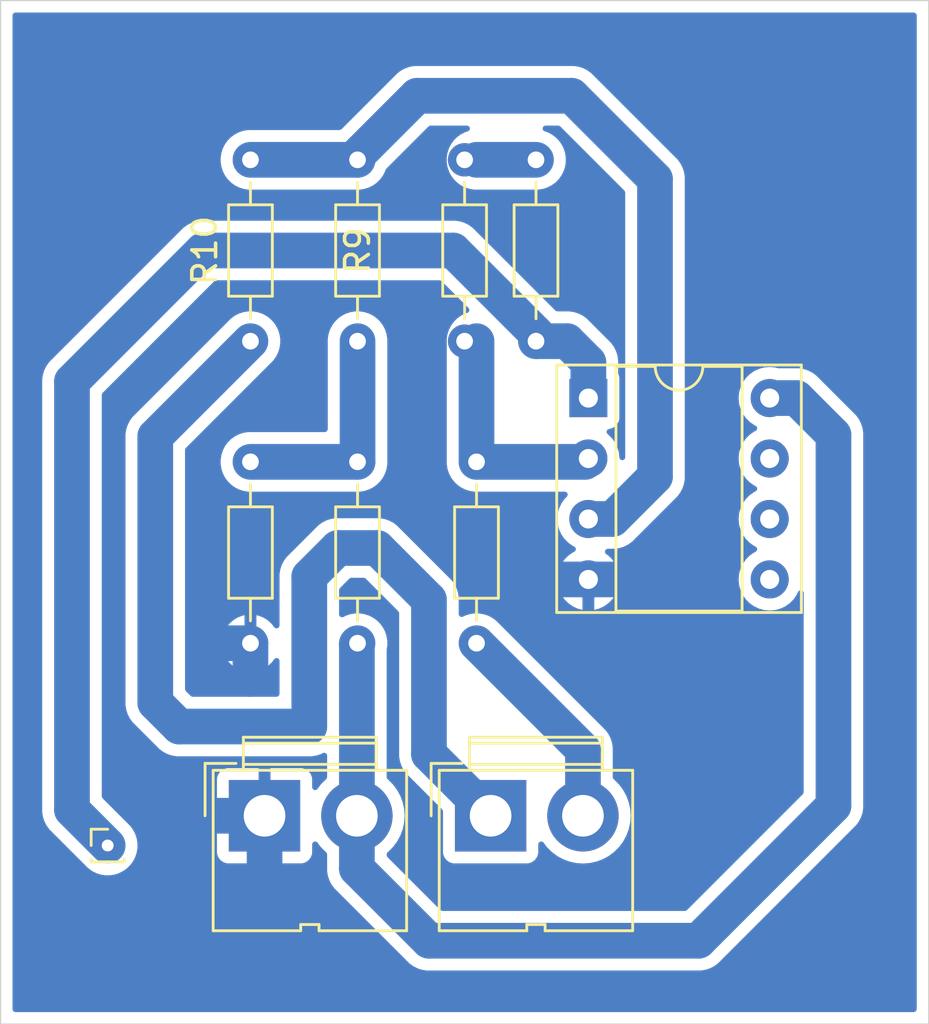
<source format=kicad_pcb>
(kicad_pcb (version 20240108) (generator "pcbnew") (generator_version "8.0")
  (layers (0 "F.Cu" signal) (31 "B.Cu" signal) (34 "B.Paste" user) (35 "F.Paste" user) (36 "B.SilkS" user "B.Silkscreen") (37 "F.SilkS" user "F.Silkscreen") (38 "B.Mask" user) (39 "F.Mask" user) (44 "Edge.Cuts" user))
  (net 0 "")
  (net 1 "+5V")
  (net 2 "Net-(R5-Pad1)")
  (net 3 "GND")
  (net 4 "Net-(U1A--)")
  (net 5 "Afv_displ_adc")
  (net 6 "Sp_v")
  (net 7 "Net-(U1A-+)")
  (net 8 "LM35_out")
  (net 12 "Net-(11.5K1-Pad1)")
  (footprint "Package_DIP:DIP-8_W7.62mm_Socket" (layer "F.Cu") (at 170.7 77.7)
    (property "Reference" "U1" (hide yes))
    (property "Value" "MCP6002-xMC" (hide yes))
    (fp_line (start -1.33 -1.39) (end -1.33 9.01) (stroke (width 0.12)) (layer "F.SilkS"))
    (fp_line (start -1.33 9.01) (end 8.95 9.01) (stroke (width 0.12)) (layer "F.SilkS"))
    (fp_line (start 1.16 -1.33) (end 1.16 8.95) (stroke (width 0.12)) (layer "F.SilkS"))
    (fp_line (start 1.16 8.95) (end 6.46 8.95) (stroke (width 0.12)) (layer "F.SilkS"))
    (fp_line (start 2.81 -1.33) (end 1.16 -1.33) (stroke (width 0.12)) (layer "F.SilkS"))
    (fp_line (start 6.46 -1.33) (end 4.81 -1.33) (stroke (width 0.12)) (layer "F.SilkS"))
    (fp_line (start 6.46 8.95) (end 6.46 -1.33) (stroke (width 0.12)) (layer "F.SilkS"))
    (fp_line (start 8.95 -1.39) (end -1.33 -1.39) (stroke (width 0.12)) (layer "F.SilkS"))
    (fp_line (start 8.95 9.01) (end 8.95 -1.39) (stroke (width 0.12)) (layer "F.SilkS"))
    (fp_arc (start 4.81 -1.33) (mid 3.81 -0.33) (end 2.81 -1.33) (stroke (width 0.12)) (layer "F.SilkS"))
    (pad "1" thru_hole rect (at 0 0) (size 1.6 1.6) (drill 0.8) (layers "*.Cu" "*.Mask") (net 5 "Afv_displ_adc"))
    (pad "2" thru_hole oval (at 0 2.54) (size 1.6 1.6) (drill 0.8) (layers "*.Cu" "*.Mask") (net 4 "Net-(U1A--)"))
    (pad "3" thru_hole oval (at 0 5.08) (size 1.6 1.6) (drill 0.8) (layers "*.Cu" "*.Mask") (net 7 "Net-(U1A-+)"))
    (pad "4" thru_hole oval (at 0 7.62) (size 1.6 1.6) (drill 0.8) (layers "*.Cu" "*.Mask") (net 3 "GND"))
    (pad "5" thru_hole oval (at 7.62 7.62) (size 1.6 1.6) (drill 0.8) (layers "*.Cu" "*.Mask"))
    (pad "6" thru_hole oval (at 7.62 5.08) (size 1.6 1.6) (drill 0.8) (layers "*.Cu" "*.Mask"))
    (pad "7" thru_hole oval (at 7.62 2.54) (size 1.6 1.6) (drill 0.8) (layers "*.Cu" "*.Mask"))
    (pad "8" thru_hole oval (at 7.62 0) (size 1.6 1.6) (drill 0.8) (layers "*.Cu" "*.Mask") (net 1 "+5V"))
  )
  (footprint "Resistor_THT:R_Axial_DIN0204_L3.6mm_D1.6mm_P7.62mm_Horizontal" (layer "F.Cu") (at 156.5 75.31 90)
    (property "Reference" "R10" (at 3.81 -1.92 90) (layer "F.SilkS"))
    (property "Value" "10K")
    (fp_line (start 5.73 -0.92) (end 1.89 -0.92) (stroke (width 0.12)) (layer "F.SilkS"))
    (fp_line (start 1.89 -0.92) (end 1.89 0.92) (stroke (width 0.12)) (layer "F.SilkS"))
    (fp_line (start 6.68 0) (end 5.73 0) (stroke (width 0.12)) (layer "F.SilkS"))
    (fp_line (start 0.94 0) (end 1.89 0) (stroke (width 0.12)) (layer "F.SilkS"))
    (fp_line (start 5.73 0.92) (end 5.73 -0.92) (stroke (width 0.12)) (layer "F.SilkS"))
    (fp_line (start 1.89 0.92) (end 5.73 0.92) (stroke (width 0.12)) (layer "F.SilkS"))
    (pad "1" thru_hole circle (at 0 0 90) (size 1.4 1.4) (drill 0.7) (layers "*.Cu" "*.Mask") (net 8 "LM35_out"))
    (pad "2" thru_hole oval (at 7.62 0 90) (size 1.4 1.4) (drill 0.7) (layers "*.Cu" "*.Mask") (net 7 "Net-(U1A-+)"))
  )
  (footprint "Resistor_THT:R_Axial_DIN0204_L3.6mm_D1.6mm_P7.62mm_Horizontal" (layer "F.Cu") (at 168.5 67.69 -90)
    (property "Reference" "11.5K1" (hide yes))
    (property "Value" "R" (hide yes))
    (fp_line (start 1.89 0.92) (end 5.73 0.92) (stroke (width 0.12)) (layer "F.SilkS"))
    (fp_line (start 5.73 0.92) (end 5.73 -0.92) (stroke (width 0.12)) (layer "F.SilkS"))
    (fp_line (start 0.94 0) (end 1.89 0) (stroke (width 0.12)) (layer "F.SilkS"))
    (fp_line (start 6.68 0) (end 5.73 0) (stroke (width 0.12)) (layer "F.SilkS"))
    (fp_line (start 1.89 -0.92) (end 1.89 0.92) (stroke (width 0.12)) (layer "F.SilkS"))
    (fp_line (start 5.73 -0.92) (end 1.89 -0.92) (stroke (width 0.12)) (layer "F.SilkS"))
    (pad "1" thru_hole circle (at 0 0 270) (size 1.4 1.4) (drill 0.7) (layers "*.Cu" "*.Mask") (net 12 "Net-(11.5K1-Pad1)"))
    (pad "2" thru_hole oval (at 7.62 0 270) (size 1.4 1.4) (drill 0.7) (layers "*.Cu" "*.Mask") (net 5 "Afv_displ_adc"))
  )
  (footprint "Resistor_THT:R_Axial_DIN0204_L3.6mm_D1.6mm_P7.62mm_Horizontal" (layer "F.Cu") (at 161 75.31 90)
    (property "Reference" "R9" (at 3.81 0 90) (layer "F.SilkS"))
    (property "Value" "301K")
    (fp_line (start 5.73 -0.92) (end 1.89 -0.92) (stroke (width 0.12)) (layer "F.SilkS"))
    (fp_line (start 1.89 -0.92) (end 1.89 0.92) (stroke (width 0.12)) (layer "F.SilkS"))
    (fp_line (start 6.68 0) (end 5.73 0) (stroke (width 0.12)) (layer "F.SilkS"))
    (fp_line (start 0.94 0) (end 1.89 0) (stroke (width 0.12)) (layer "F.SilkS"))
    (fp_line (start 5.73 0.92) (end 5.73 -0.92) (stroke (width 0.12)) (layer "F.SilkS"))
    (fp_line (start 1.89 0.92) (end 5.73 0.92) (stroke (width 0.12)) (layer "F.SilkS"))
    (pad "1" thru_hole circle (at 0 0 90) (size 1.4 1.4) (drill 0.7) (layers "*.Cu" "*.Mask") (net 2 "Net-(R5-Pad1)"))
    (pad "2" thru_hole oval (at 7.62 0 90) (size 1.4 1.4) (drill 0.7) (layers "*.Cu" "*.Mask") (net 7 "Net-(U1A-+)"))
  )
  (footprint "Connector:JWT_A3963_1x02_P3.96mm_Vertical" (layer "F.Cu") (at 157.0925 95.25)
    (property "Reference" "5V_in1" (hide yes))
    (property "Value" "5V_in")
    (fp_line (start -2.5 -2.2) (end -2.5 0) (stroke (width 0.12)) (layer "F.SilkS"))
    (fp_line (start -2.16 -1.91) (end -2.16 0) (stroke (width 0.12)) (layer "F.SilkS"))
    (fp_line (start -2.16 -1.91) (end 5.97 -1.91) (stroke (width 0.12)) (layer "F.SilkS"))
    (fp_line (start -2.16 0) (end -2.16 4.83) (stroke (width 0.12)) (layer "F.SilkS"))
    (fp_line (start -1.2 -2.2) (end -2.5 -2.2) (stroke (width 0.12)) (layer "F.SilkS"))
    (fp_line (start -0.89 -3.3) (end 4.7 -3.3) (stroke (width 0.12)) (layer "F.SilkS"))
    (fp_line (start -0.89 -3.05) (end 4.7 -3.05) (stroke (width 0.12)) (layer "F.SilkS"))
    (fp_line (start -0.89 -2.16) (end 4.7 -2.16) (stroke (width 0.12)) (layer "F.SilkS"))
    (fp_line (start -0.89 -1.91) (end -0.89 -3.3) (stroke (width 0.12)) (layer "F.SilkS"))
    (fp_line (start 1.52 4.57) (end 2.29 4.57) (stroke (width 0.12)) (layer "F.SilkS"))
    (fp_line (start 1.52 4.83) (end -2.16 4.83) (stroke (width 0.12)) (layer "F.SilkS"))
    (fp_line (start 1.52 4.83) (end 1.52 4.57) (stroke (width 0.12)) (layer "F.SilkS"))
    (fp_line (start 2.29 4.57) (end 2.29 4.83) (stroke (width 0.12)) (layer "F.SilkS"))
    (fp_line (start 2.29 4.83) (end 5.97 4.83) (stroke (width 0.12)) (layer "F.SilkS"))
    (fp_line (start 4.7 -1.91) (end 4.7 -3.3) (stroke (width 0.12)) (layer "F.SilkS"))
    (fp_line (start 5.97 -1.91) (end 5.97 0) (stroke (width 0.12)) (layer "F.SilkS"))
    (fp_line (start 5.97 4.83) (end 5.97 0) (stroke (width 0.12)) (layer "F.SilkS"))
    (pad "1" thru_hole rect (at 0 0) (size 3 3) (drill 1.75) (layers "*.Cu" "*.Mask") (net 3 "GND"))
    (pad "2" thru_hole circle (at 3.88 0) (size 3 3) (drill 1.75) (layers "*.Cu" "*.Mask") (net 1 "+5V"))
  )
  (footprint "Connector_PinHeader_1.00mm:PinHeader_1x01_P1.00mm_Vertical" (layer "F.Cu") (at 150.5 96.5)
    (property "Reference" "Afv_display1" (hide yes))
    (property "Value" "Conn_01x01_Pin" (hide yes))
    (fp_line (start -0.695 -0.685) (end 0 -0.685) (stroke (width 0.12)) (layer "F.SilkS"))
    (fp_line (start -0.695 0) (end -0.695 -0.685) (stroke (width 0.12)) (layer "F.SilkS"))
    (fp_line (start -0.695 0.685) (end -0.695 0.56) (stroke (width 0.12)) (layer "F.SilkS"))
    (fp_line (start -0.695 0.685) (end -0.608276 0.685) (stroke (width 0.12)) (layer "F.SilkS"))
    (fp_line (start -0.695 0.685) (end 0.695 0.685) (stroke (width 0.12)) (layer "F.SilkS"))
    (fp_line (start 0.608276 0.685) (end 0.695 0.685) (stroke (width 0.12)) (layer "F.SilkS"))
    (fp_line (start 0.695 0.685) (end 0.695 0.56) (stroke (width 0.12)) (layer "F.SilkS"))
    (pad "1" thru_hole rect (at 0 0) (size 0.85 0.85) (drill 0.5) (layers "*.Cu" "*.Mask") (net 5 "Afv_displ_adc"))
  )
  (footprint "Resistor_THT:R_Axial_DIN0204_L3.6mm_D1.6mm_P7.62mm_Horizontal" (layer "F.Cu") (at 156.5 80.38 -90)
    (property "Reference" "R6" (hide yes))
    (property "Value" "11.5K")
    (fp_line (start 1.89 0.92) (end 5.73 0.92) (stroke (width 0.12)) (layer "F.SilkS"))
    (fp_line (start 5.73 0.92) (end 5.73 -0.92) (stroke (width 0.12)) (layer "F.SilkS"))
    (fp_line (start 0.94 0) (end 1.89 0) (stroke (width 0.12)) (layer "F.SilkS"))
    (fp_line (start 6.68 0) (end 5.73 0) (stroke (width 0.12)) (layer "F.SilkS"))
    (fp_line (start 1.89 -0.92) (end 1.89 0.92) (stroke (width 0.12)) (layer "F.SilkS"))
    (fp_line (start 5.73 -0.92) (end 1.89 -0.92) (stroke (width 0.12)) (layer "F.SilkS"))
    (pad "1" thru_hole circle (at 0 0 270) (size 1.4 1.4) (drill 0.7) (layers "*.Cu" "*.Mask") (net 2 "Net-(R5-Pad1)"))
    (pad "2" thru_hole oval (at 7.62 0 270) (size 1.4 1.4) (drill 0.7) (layers "*.Cu" "*.Mask") (net 3 "GND"))
  )
  (footprint "Resistor_THT:R_Axial_DIN0204_L3.6mm_D1.6mm_P7.62mm_Horizontal" (layer "F.Cu") (at 161 80.38 -90)
    (property "Reference" "R5" (hide yes))
    (property "Value" "11.5K")
    (fp_line (start 1.89 0.92) (end 5.73 0.92) (stroke (width 0.12)) (layer "F.SilkS"))
    (fp_line (start 5.73 0.92) (end 5.73 -0.92) (stroke (width 0.12)) (layer "F.SilkS"))
    (fp_line (start 0.94 0) (end 1.89 0) (stroke (width 0.12)) (layer "F.SilkS"))
    (fp_line (start 6.68 0) (end 5.73 0) (stroke (width 0.12)) (layer "F.SilkS"))
    (fp_line (start 1.89 -0.92) (end 1.89 0.92) (stroke (width 0.12)) (layer "F.SilkS"))
    (fp_line (start 5.73 -0.92) (end 1.89 -0.92) (stroke (width 0.12)) (layer "F.SilkS"))
    (pad "1" thru_hole circle (at 0 0 270) (size 1.4 1.4) (drill 0.7) (layers "*.Cu" "*.Mask") (net 2 "Net-(R5-Pad1)"))
    (pad "2" thru_hole oval (at 7.62 0 270) (size 1.4 1.4) (drill 0.7) (layers "*.Cu" "*.Mask") (net 1 "+5V"))
  )
  (footprint "Resistor_THT:R_Axial_DIN0204_L3.6mm_D1.6mm_P7.62mm_Horizontal" (layer "F.Cu") (at 166 88 90)
    (property "Reference" "R8" (hide yes))
    (property "Value" "10K")
    (fp_line (start 5.73 -0.92) (end 1.89 -0.92) (stroke (width 0.12)) (layer "F.SilkS"))
    (fp_line (start 1.89 -0.92) (end 1.89 0.92) (stroke (width 0.12)) (layer "F.SilkS"))
    (fp_line (start 6.68 0) (end 5.73 0) (stroke (width 0.12)) (layer "F.SilkS"))
    (fp_line (start 0.94 0) (end 1.89 0) (stroke (width 0.12)) (layer "F.SilkS"))
    (fp_line (start 5.73 0.92) (end 5.73 -0.92) (stroke (width 0.12)) (layer "F.SilkS"))
    (fp_line (start 1.89 0.92) (end 5.73 0.92) (stroke (width 0.12)) (layer "F.SilkS"))
    (pad "1" thru_hole circle (at 0 0 90) (size 1.4 1.4) (drill 0.7) (layers "*.Cu" "*.Mask") (net 6 "Sp_v"))
    (pad "2" thru_hole oval (at 7.62 0 90) (size 1.4 1.4) (drill 0.7) (layers "*.Cu" "*.Mask") (net 4 "Net-(U1A--)"))
  )
  (footprint "Connector:JWT_A3963_1x02_P3.96mm_Vertical" (layer "F.Cu") (at 166.5925 95.25)
    (property "Reference" "Input_LM35_Spv1" (hide yes))
    (property "Value" "Conn_01x02_Pin" (hide yes))
    (fp_line (start -2.5 -2.2) (end -2.5 0) (stroke (width 0.12)) (layer "F.SilkS"))
    (fp_line (start -2.16 -1.91) (end -2.16 0) (stroke (width 0.12)) (layer "F.SilkS"))
    (fp_line (start -2.16 -1.91) (end 5.97 -1.91) (stroke (width 0.12)) (layer "F.SilkS"))
    (fp_line (start -2.16 0) (end -2.16 4.83) (stroke (width 0.12)) (layer "F.SilkS"))
    (fp_line (start -1.2 -2.2) (end -2.5 -2.2) (stroke (width 0.12)) (layer "F.SilkS"))
    (fp_line (start -0.89 -3.3) (end 4.7 -3.3) (stroke (width 0.12)) (layer "F.SilkS"))
    (fp_line (start -0.89 -3.05) (end 4.7 -3.05) (stroke (width 0.12)) (layer "F.SilkS"))
    (fp_line (start -0.89 -2.16) (end 4.7 -2.16) (stroke (width 0.12)) (layer "F.SilkS"))
    (fp_line (start -0.89 -1.91) (end -0.89 -3.3) (stroke (width 0.12)) (layer "F.SilkS"))
    (fp_line (start 1.52 4.57) (end 2.29 4.57) (stroke (width 0.12)) (layer "F.SilkS"))
    (fp_line (start 1.52 4.83) (end -2.16 4.83) (stroke (width 0.12)) (layer "F.SilkS"))
    (fp_line (start 1.52 4.83) (end 1.52 4.57) (stroke (width 0.12)) (layer "F.SilkS"))
    (fp_line (start 2.29 4.57) (end 2.29 4.83) (stroke (width 0.12)) (layer "F.SilkS"))
    (fp_line (start 2.29 4.83) (end 5.97 4.83) (stroke (width 0.12)) (layer "F.SilkS"))
    (fp_line (start 4.7 -1.91) (end 4.7 -3.3) (stroke (width 0.12)) (layer "F.SilkS"))
    (fp_line (start 5.97 -1.91) (end 5.97 0) (stroke (width 0.12)) (layer "F.SilkS"))
    (fp_line (start 5.97 4.83) (end 5.97 0) (stroke (width 0.12)) (layer "F.SilkS"))
    (pad "1" thru_hole rect (at 0 0) (size 3 3) (drill 1.75) (layers "*.Cu" "*.Mask") (net 8 "LM35_out"))
    (pad "2" thru_hole circle (at 3.88 0) (size 3 3) (drill 1.75) (layers "*.Cu" "*.Mask") (net 6 "Sp_v"))
  )
  (footprint "Resistor_THT:R_Axial_DIN0204_L3.6mm_D1.6mm_P7.62mm_Horizontal" (layer "F.Cu") (at 165.5 75.31 90)
    (property "Reference" "R7" (hide yes))
    (property "Value" "301K")
    (fp_line (start 5.73 -0.92) (end 1.89 -0.92) (stroke (width 0.12)) (layer "F.SilkS"))
    (fp_line (start 1.89 -0.92) (end 1.89 0.92) (stroke (width 0.12)) (layer "F.SilkS"))
    (fp_line (start 6.68 0) (end 5.73 0) (stroke (width 0.12)) (layer "F.SilkS"))
    (fp_line (start 0.94 0) (end 1.89 0) (stroke (width 0.12)) (layer "F.SilkS"))
    (fp_line (start 5.73 0.92) (end 5.73 -0.92) (stroke (width 0.12)) (layer "F.SilkS"))
    (fp_line (start 1.89 0.92) (end 5.73 0.92) (stroke (width 0.12)) (layer "F.SilkS"))
    (pad "1" thru_hole circle (at 0 0 90) (size 1.4 1.4) (drill 0.7) (layers "*.Cu" "*.Mask") (net 4 "Net-(U1A--)"))
    (pad "2" thru_hole oval (at 7.62 0 90) (size 1.4 1.4) (drill 0.7) (layers "*.Cu" "*.Mask") (net 12 "Net-(11.5K1-Pad1)"))
  )
  (gr_rect (start 146 61) (end 185 104) (stroke (width 0.05)) (fill none) (layer "Edge.Cuts"))
  (segment (start 179.45137 77.7) (end 181 79.24863) (width 1.5) (layer "B.Cu") (net 1))
  (segment (start 178.32 77.7) (end 179.45137 77.7) (width 1.5) (layer "B.Cu") (net 1))
  (segment (start 160.9725 88.0275) (end 161 88) (width 1.5) (layer "B.Cu") (net 1))
  (segment (start 160.9725 95.25) (end 160.9725 88.0275) (width 1.5) (layer "B.Cu") (net 1))
  (segment (start 175.328427 100.5) (end 164 100.5) (width 1.5) (layer "B.Cu") (net 1))
  (segment (start 181 94.828427) (end 175.328427 100.5) (width 1.5) (layer "B.Cu") (net 1))
  (segment (start 164 100.5) (end 160.9725 97.4725) (width 1.5) (layer "B.Cu") (net 1))
  (segment (start 160.9725 97.4725) (end 160.9725 95.25) (width 1.5) (layer "B.Cu") (net 1))
  (segment (start 181 79.24863) (end 181 94.828427) (width 1.5) (layer "B.Cu") (net 1))
  (segment (start 161 80.38) (end 161 75.31) (width 1.5) (layer "B.Cu") (net 2))
  (segment (start 156.5 80.38) (end 161 80.38) (width 1.5) (layer "B.Cu") (net 2))
  (segment (start 154.75 95.25) (end 154.5 95.5) (width 1.5) (layer "B.Cu") (net 3))
  (segment (start 170.7 85.32) (end 172.32 85.32) (width 1.5) (layer "B.Cu") (net 3))
  (segment (start 168.68 85.32) (end 170.7 85.32) (width 1.5) (layer "B.Cu") (net 3))
  (segment (start 156.5 88) (end 155.5 88) (width 1.5) (layer "B.Cu") (net 3))
  (segment (start 157.0925 97.9075) (end 157 98) (width 1.5) (layer "B.Cu") (net 3))
  (segment (start 157.0925 95.25) (end 154.75 95.25) (width 1.5) (layer "B.Cu") (net 3))
  (segment (start 157.0925 95.25) (end 157.0925 97.9075) (width 1.5) (layer "B.Cu") (net 3))
  (segment (start 168.68 85.32) (end 168.5 85.5) (width 1.5) (layer "B.Cu") (net 3))
  (segment (start 172.32 85.32) (end 172.5 85.5) (width 1.5) (layer "B.Cu") (net 3))
  (segment (start 156.5 88) (end 156.5 89.5) (width 1.5) (layer "B.Cu") (net 3))
  (segment (start 166 75.31) (end 166 80.38) (width 1.5) (layer "B.Cu") (net 4))
  (segment (start 170.56 80.38) (end 170.7 80.24) (width 1.5) (layer "B.Cu") (net 4))
  (segment (start 166 80.38) (end 170.56 80.38) (width 1.5) (layer "B.Cu") (net 4))
  (segment (start 154.5 71.5) (end 165.018427 71.5) (width 1.5) (layer "B.Cu") (net 5))
  (segment (start 170.7 76.2) (end 170.7 77.7) (width 1.5) (layer "B.Cu") (net 5))
  (segment (start 149 77) (end 154.5 71.5) (width 1.5) (layer "B.Cu") (net 5))
  (segment (start 168.5 75.31) (end 169.81 75.31) (width 1.5) (layer "B.Cu") (net 5))
  (segment (start 168.5 74.981573) (end 168.5 75.31) (width 1.5) (layer "B.Cu") (net 5))
  (segment (start 149 95) (end 149 77) (width 1.5) (layer "B.Cu") (net 5))
  (segment (start 165.018427 71.5) (end 168.5 74.981573) (width 1.5) (layer "B.Cu") (net 5))
  (segment (start 150.5 96.5) (end 149 95) (width 1.5) (layer "B.Cu") (net 5))
  (segment (start 169.81 75.31) (end 170.7 76.2) (width 1.5) (layer "B.Cu") (net 5))
  (segment (start 166 88) (end 170.4725 92.4725) (width 1.5) (layer "B.Cu") (net 6))
  (segment (start 170.4725 92.4725) (end 170.4725 95.25) (width 1.5) (layer "B.Cu") (net 6))
  (segment (start 161 67.5) (end 163.5 65) (width 1.5) (layer "B.Cu") (net 7))
  (segment (start 161 67.69) (end 161 67.5) (width 1.5) (layer "B.Cu") (net 7))
  (segment (start 171.72 82.78) (end 170.7 82.78) (width 1.5) (layer "B.Cu") (net 7))
  (segment (start 156.5 67.69) (end 161 67.69) (width 1.5) (layer "B.Cu") (net 7))
  (segment (start 173.5 81) (end 171.72 82.78) (width 1.5) (layer "B.Cu") (net 7))
  (segment (start 163.5 65) (end 170 65) (width 1.5) (layer "B.Cu") (net 7))
  (segment (start 170 65) (end 173.5 68.5) (width 1.5) (layer "B.Cu") (net 7))
  (segment (start 173.5 68.5) (end 173.5 81) (width 1.5) (layer "B.Cu") (net 7))
  (segment (start 153.5 91.5) (end 152.5 90.5) (width 1.5) (layer "B.Cu") (net 8))
  (segment (start 160.171572 84) (end 158.9725 85.199072) (width 1.5) (layer "B.Cu") (net 8))
  (segment (start 152.5 90.5) (end 152.5 79.31) (width 1.5) (layer "B.Cu") (net 8))
  (segment (start 164 92.6575) (end 164 86.171572) (width 1.5) (layer "B.Cu") (net 8))
  (segment (start 158.9725 91.5) (end 153.5 91.5) (width 1.5) (layer "B.Cu") (net 8))
  (segment (start 152.5 79.31) (end 156.5 75.31) (width 1.5) (layer "B.Cu") (net 8))
  (segment (start 166.5925 95.25) (end 164 92.6575) (width 1.5) (layer "B.Cu") (net 8))
  (segment (start 161.828428 84) (end 160.171572 84) (width 1.5) (layer "B.Cu") (net 8))
  (segment (start 164 86.171572) (end 161.828428 84) (width 1.5) (layer "B.Cu") (net 8))
  (segment (start 158.9725 85.199072) (end 158.9725 91.5) (width 1.5) (layer "B.Cu") (net 8))
  (segment (start 168.5 67.69) (end 166 67.69) (width 1.5) (layer "B.Cu") (net 12))
  (zone (net 3) (net_name "GND") (layer "B.Cu") (connect_pads (clearance 0.5)) (min_thickness 0.25) (fill yes (thermal_gap 0.5) (thermal_bridge_width 0.5))
    (polygon (pts (xy 146 61) (xy 185 61) (xy 185 104) (xy 146 104)))
  )
)
</source>
